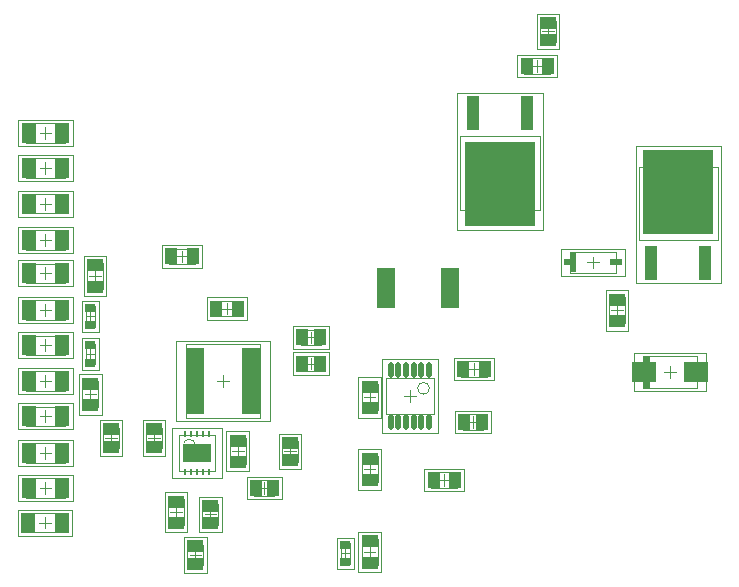
<source format=gtp>
G04*
G04 #@! TF.GenerationSoftware,Altium Limited,Altium Designer,19.0.15 (446)*
G04*
G04 Layer_Color=8421504*
%FSLAX25Y25*%
%MOIN*%
G70*
G01*
G75*
%ADD13C,0.00394*%
%ADD17R,0.02436X0.10984*%
%ADD18R,0.02039X0.07087*%
%ADD19C,0.00197*%
%ADD20R,0.03937X0.11811*%
%ADD21R,0.23819X0.28347*%
%ADD22R,0.04921X0.06693*%
%ADD23R,0.04331X0.05315*%
%ADD24R,0.08268X0.07087*%
%ADD25R,0.05315X0.04331*%
%ADD26R,0.04134X0.02362*%
%ADD27R,0.00984X0.02165*%
%ADD28R,0.09449X0.06299*%
%ADD29R,0.03937X0.05512*%
%ADD30R,0.06299X0.22441*%
%ADD31R,0.06299X0.13780*%
%ADD32R,0.05512X0.03937*%
%ADD33R,0.03347X0.02559*%
%ADD34O,0.01968X0.05315*%
D13*
X113409Y69114D02*
G03*
X113409Y69114I-1969J0D01*
G01*
X191496Y88059D02*
G03*
X191496Y88059I-1969J0D01*
G01*
X261213Y137453D02*
X287787D01*
X261213Y161941D02*
X287787D01*
X261213Y137453D02*
Y161941D01*
X287787Y137453D02*
Y161941D01*
X56890Y40059D02*
X69882D01*
X56890Y46555D02*
X69882D01*
Y40059D02*
Y46555D01*
X56890Y40059D02*
Y46555D01*
X57004Y51505D02*
X69996D01*
X57004Y58001D02*
X69996D01*
Y51505D02*
Y58001D01*
X57004Y51505D02*
Y58001D01*
Y63209D02*
X69996D01*
X57004Y69705D02*
X69996D01*
Y63209D02*
Y69705D01*
X57004Y63209D02*
Y69705D01*
Y75492D02*
X69996D01*
X57004Y81988D02*
X69996D01*
Y75492D02*
Y81988D01*
X57004Y75492D02*
Y81988D01*
Y87252D02*
X69996D01*
X57004Y93748D02*
X69996D01*
Y87252D02*
Y93748D01*
X57004Y87252D02*
Y93748D01*
Y99114D02*
X69996D01*
X57004Y105610D02*
X69996D01*
Y99114D02*
Y105610D01*
X57004Y99114D02*
Y105610D01*
Y110925D02*
X69996D01*
X57004Y117421D02*
X69996D01*
Y110925D02*
Y117421D01*
X57004Y110925D02*
Y117421D01*
Y123153D02*
X69996D01*
X57004Y129650D02*
X69996D01*
Y123153D02*
Y129650D01*
X57004Y123153D02*
Y129650D01*
Y134252D02*
X69996D01*
X57004Y140748D02*
X69996D01*
Y134252D02*
Y140748D01*
X57004Y134252D02*
Y140748D01*
Y146358D02*
X69996D01*
X57004Y152854D02*
X69996D01*
Y146358D02*
Y152854D01*
X57004Y146358D02*
Y152854D01*
Y158169D02*
X69996D01*
X57004Y164665D02*
X69996D01*
Y158169D02*
Y164665D01*
X57004Y158169D02*
Y164665D01*
Y169980D02*
X69996D01*
X57004Y176476D02*
X69996D01*
Y169980D02*
Y176476D01*
X57004Y169980D02*
Y176476D01*
X223169Y192842D02*
X231831D01*
X223169Y198158D02*
X231831D01*
Y192842D02*
Y198158D01*
X223169Y192842D02*
Y198158D01*
X262659Y88008D02*
X280769D01*
X262659Y98992D02*
X280769D01*
Y88008D02*
Y98992D01*
X262659Y88008D02*
Y98992D01*
X201713Y172142D02*
X228287D01*
X201713Y147653D02*
X228287D01*
Y172142D01*
X201713Y147653D02*
Y172142D01*
X251421Y109669D02*
Y118331D01*
X256736Y109669D02*
Y118331D01*
X251421Y109669D02*
X256736D01*
X251421Y118331D02*
X256736D01*
X238421Y126457D02*
Y133543D01*
X253579Y126457D02*
Y133543D01*
X238421D02*
X253579D01*
X238421Y126457D02*
X253579D01*
X77342Y121169D02*
Y129831D01*
X82657Y121169D02*
Y129831D01*
X77342Y121169D02*
X82657D01*
X77342Y129831D02*
X82657D01*
X107898Y60453D02*
Y72658D01*
X120102Y60453D02*
Y72658D01*
X107898D02*
X120102D01*
X107898Y60453D02*
X120102D01*
X148653Y107658D02*
X155347D01*
X148653Y102342D02*
X155347D01*
X148653D02*
Y107658D01*
X155347Y102342D02*
Y107658D01*
X148653Y98979D02*
X155347D01*
X148653Y93664D02*
X155347D01*
X148653D02*
Y98979D01*
X155347Y93664D02*
Y98979D01*
X110350Y102969D02*
X135153D01*
X110350Y78165D02*
X135153D01*
X110350D02*
Y102969D01*
X135153Y78165D02*
Y102969D01*
X133153Y57540D02*
X139847D01*
X133153Y52225D02*
X139847D01*
X133153D02*
Y57540D01*
X139847Y52225D02*
Y57540D01*
X119669Y117315D02*
X128331D01*
X119669Y112000D02*
X128331D01*
X119669D02*
Y117315D01*
X128331Y112000D02*
Y117315D01*
X104669Y129342D02*
X113331D01*
X104669Y134658D02*
X113331D01*
Y129342D02*
Y134658D01*
X104669Y129342D02*
Y134658D01*
X174210Y29169D02*
Y37831D01*
X168895Y29169D02*
Y37831D01*
X174210D01*
X168895Y29169D02*
X174210D01*
X115842Y42654D02*
Y49347D01*
X121158Y42654D02*
Y49347D01*
X115842Y42654D02*
X121158D01*
X115842Y49347D02*
X121158D01*
X116157Y29153D02*
Y35846D01*
X110843Y29153D02*
Y35846D01*
X116157D01*
X110843Y29153D02*
X116157D01*
X202654Y79398D02*
X209347D01*
X202654Y74083D02*
X209347D01*
X202654D02*
Y79398D01*
X209347Y74083D02*
Y79398D01*
X228386Y203654D02*
Y210347D01*
X233701Y203654D02*
Y210347D01*
X228386Y203654D02*
X233701D01*
X228386Y210347D02*
X233701D01*
X202024Y97158D02*
X210685D01*
X202024Y91843D02*
X210685D01*
X202024D02*
Y97158D01*
X210685Y91843D02*
Y97158D01*
X192169Y54799D02*
X200831D01*
X192169Y60114D02*
X200831D01*
Y54799D02*
Y60114D01*
X192169Y54799D02*
Y60114D01*
X174210Y80669D02*
Y89331D01*
X168895Y80669D02*
Y89331D01*
X174210D01*
X168895Y80669D02*
X174210D01*
X168895Y56669D02*
Y65331D01*
X174210Y56669D02*
Y65331D01*
X168895Y56669D02*
X174210D01*
X168895Y65331D02*
X174210D01*
X161925Y29653D02*
X165075D01*
X161925Y36346D02*
X165075D01*
X161925Y29653D02*
Y36346D01*
X165075Y29653D02*
Y36346D01*
X81157Y81669D02*
Y90331D01*
X75842Y81669D02*
Y90331D01*
X81157D01*
X75842Y81669D02*
X81157D01*
X76925Y96153D02*
X80075D01*
X76925Y102847D02*
X80075D01*
X76925Y96153D02*
Y102847D01*
X80075Y96153D02*
Y102847D01*
X130221Y62717D02*
Y71378D01*
X124907Y62717D02*
Y71378D01*
X130221D01*
X124907Y62717D02*
X130221D01*
X76925Y115347D02*
X80075D01*
X76925Y108653D02*
X80075D01*
Y115347D01*
X76925Y108653D02*
Y115347D01*
X109658Y42371D02*
Y51033D01*
X104342Y42371D02*
Y51033D01*
X109658D01*
X104342Y42371D02*
X109658D01*
X147658Y63653D02*
Y70346D01*
X142342Y63653D02*
Y70346D01*
X147658D01*
X142342Y63653D02*
X147658D01*
X87992Y68154D02*
Y74847D01*
X82677Y68154D02*
Y74847D01*
X87992D01*
X82677Y68154D02*
X87992D01*
X102264D02*
Y74847D01*
X96949Y68154D02*
Y74847D01*
X102264D01*
X96949Y68154D02*
X102264D01*
X176929Y79398D02*
Y91602D01*
X193071Y79398D02*
Y91602D01*
X176929Y79398D02*
X193071D01*
X176929Y91602D02*
X193071D01*
X274500Y143949D02*
Y147886D01*
X272532Y145917D02*
X276468D01*
X63386Y41339D02*
Y45276D01*
X61417Y43307D02*
X65354D01*
X63500Y52785D02*
Y56722D01*
X61532Y54753D02*
X65469D01*
X63500Y64488D02*
Y68425D01*
X61532Y66457D02*
X65469D01*
X63500Y76772D02*
Y80709D01*
X61532Y78740D02*
X65469D01*
X63500Y88532D02*
Y92469D01*
X61532Y90500D02*
X65469D01*
X63500Y100394D02*
Y104331D01*
X61532Y102362D02*
X65469D01*
X63500Y112205D02*
Y116142D01*
X61532Y114173D02*
X65469D01*
X63500Y124433D02*
Y128370D01*
X61532Y126401D02*
X65469D01*
X63500Y135531D02*
Y139469D01*
X61532Y137500D02*
X65469D01*
X63500Y147638D02*
Y151575D01*
X61532Y149606D02*
X65469D01*
X63500Y159449D02*
Y163386D01*
X61532Y161417D02*
X65469D01*
X63500Y171260D02*
Y175197D01*
X61532Y173228D02*
X65469D01*
X227500Y193532D02*
Y197468D01*
X225532Y195500D02*
X229468D01*
X271714Y91531D02*
Y95468D01*
X269746Y93500D02*
X273683D01*
X215000Y161709D02*
Y165646D01*
X213032Y163677D02*
X216968D01*
X252110Y114000D02*
X256047D01*
X254079Y112031D02*
Y115969D01*
X244032Y130000D02*
X247969D01*
X246000Y128032D02*
Y131968D01*
X78031Y125500D02*
X81968D01*
X80000Y123531D02*
Y127469D01*
X112031Y66555D02*
X115969D01*
X114000Y64587D02*
Y68524D01*
X152000Y103032D02*
Y106968D01*
X150031Y105000D02*
X153969D01*
X152000Y94353D02*
Y98290D01*
X150031Y96322D02*
X153969D01*
X122752Y88598D02*
Y92535D01*
X120783Y90567D02*
X124721D01*
X136500Y52914D02*
Y56851D01*
X134531Y54883D02*
X138469D01*
X124000Y112689D02*
Y116626D01*
X122031Y114657D02*
X125969D01*
X109000Y130032D02*
Y133968D01*
X107032Y132000D02*
X110968D01*
X169584Y33500D02*
X173521D01*
X171552Y31532D02*
Y35469D01*
X116532Y46000D02*
X120468D01*
X118500Y44032D02*
Y47969D01*
X111531Y32500D02*
X115469D01*
X113500Y30531D02*
Y34468D01*
X206000Y74772D02*
Y78709D01*
X204031Y76740D02*
X207968D01*
X229075Y207000D02*
X233012D01*
X231043Y205031D02*
Y208968D01*
X206354Y92532D02*
Y96469D01*
X204386Y94500D02*
X208323D01*
X196500Y55488D02*
Y59425D01*
X194532Y57457D02*
X198468D01*
X169584Y85000D02*
X173521D01*
X171552Y83031D02*
Y86968D01*
X169584Y61000D02*
X173521D01*
X171552Y59031D02*
Y62968D01*
X163500Y31425D02*
Y34575D01*
X161925Y33000D02*
X165075D01*
X76531Y86000D02*
X80468D01*
X78500Y84031D02*
Y87968D01*
Y97925D02*
Y101075D01*
X76925Y99500D02*
X80075D01*
X125595Y67047D02*
X129533D01*
X127564Y65079D02*
Y69016D01*
X78500Y110425D02*
Y113575D01*
X76925Y112000D02*
X80075D01*
X105032Y46702D02*
X108968D01*
X107000Y44733D02*
Y48670D01*
X143032Y67000D02*
X146968D01*
X145000Y65031D02*
Y68968D01*
X83366Y71500D02*
X87303D01*
X85335Y69532D02*
Y73469D01*
X97638Y71500D02*
X101575D01*
X99606Y69532D02*
Y73469D01*
X183031Y85500D02*
X186969D01*
X185000Y83531D02*
Y87468D01*
D17*
X263877Y93500D02*
D03*
D18*
X239441Y130000D02*
D03*
D19*
X260228Y123083D02*
X288772D01*
X260228Y168752D02*
X288772D01*
X260228Y123083D02*
Y168752D01*
X288772Y123083D02*
Y168752D01*
X54331Y38976D02*
X72441D01*
X54331Y47638D02*
X72441D01*
Y38976D02*
Y47638D01*
X54331Y38976D02*
Y47638D01*
X54445Y50422D02*
X72555D01*
X54445Y59084D02*
X72555D01*
Y50422D02*
Y59084D01*
X54445Y50422D02*
Y59084D01*
Y62126D02*
X72555D01*
X54445Y70787D02*
X72555D01*
Y62126D02*
Y70787D01*
X54445Y62126D02*
Y70787D01*
Y74409D02*
X72555D01*
X54445Y83071D02*
X72555D01*
Y74409D02*
Y83071D01*
X54445Y74409D02*
Y83071D01*
Y86169D02*
X72555D01*
X54445Y94831D02*
X72555D01*
Y86169D02*
Y94831D01*
X54445Y86169D02*
Y94831D01*
Y98032D02*
X72555D01*
X54445Y106693D02*
X72555D01*
Y98032D02*
Y106693D01*
X54445Y98032D02*
Y106693D01*
Y109843D02*
X72555D01*
X54445Y118504D02*
X72555D01*
Y109843D02*
Y118504D01*
X54445Y109843D02*
Y118504D01*
Y122071D02*
X72555D01*
X54445Y130732D02*
X72555D01*
Y122071D02*
Y130732D01*
X54445Y122071D02*
Y130732D01*
Y133169D02*
X72555D01*
X54445Y141831D02*
X72555D01*
Y133169D02*
Y141831D01*
X54445Y133169D02*
Y141831D01*
Y145276D02*
X72555D01*
X54445Y153937D02*
X72555D01*
Y145276D02*
Y153937D01*
X54445Y145276D02*
Y153937D01*
Y157087D02*
X72555D01*
X54445Y165748D02*
X72555D01*
Y157087D02*
Y165748D01*
X54445Y157087D02*
Y165748D01*
Y168898D02*
X72555D01*
X54445Y177559D02*
X72555D01*
Y168898D02*
Y177559D01*
X54445Y168898D02*
Y177559D01*
X220807Y191760D02*
X234193D01*
X220807Y199240D02*
X234193D01*
Y191760D02*
Y199240D01*
X220807Y191760D02*
Y199240D01*
X259706Y87004D02*
X283722D01*
X259706Y99996D02*
X283722D01*
Y87004D02*
Y99996D01*
X259706Y87004D02*
Y99996D01*
X200728Y186512D02*
X229272D01*
X200728Y140842D02*
X229272D01*
Y186512D01*
X200728Y140842D02*
Y186512D01*
X250339Y107307D02*
Y120693D01*
X257819Y107307D02*
Y120693D01*
X250339Y107307D02*
X257819D01*
X250339Y120693D02*
X257819D01*
X235370Y125472D02*
Y134528D01*
X256630Y125472D02*
Y134528D01*
X235370D02*
X256630D01*
X235370Y125472D02*
X256630D01*
X76260Y118807D02*
Y132193D01*
X83740Y118807D02*
Y132193D01*
X76260Y118807D02*
X83740D01*
X76260Y132193D02*
X83740D01*
X105732Y58287D02*
Y74823D01*
X122268Y58287D02*
Y74823D01*
X105732D02*
X122268D01*
X105732Y58287D02*
X122268D01*
X146095Y108740D02*
X157905D01*
X146095Y101260D02*
X157905D01*
X146095D02*
Y108740D01*
X157905Y101260D02*
Y108740D01*
X146095Y100062D02*
X157905D01*
X146095Y92582D02*
X157905D01*
X146095D02*
Y100062D01*
X157905Y92582D02*
Y100062D01*
X107102Y103953D02*
X138402D01*
X107102Y77181D02*
X138402D01*
X107102D02*
Y103953D01*
X138402Y77181D02*
Y103953D01*
X130595Y58623D02*
X142405D01*
X130595Y51143D02*
X142405D01*
X130595D02*
Y58623D01*
X142405Y51143D02*
Y58623D01*
X117307Y118398D02*
X130693D01*
X117307Y110917D02*
X130693D01*
X117307D02*
Y118398D01*
X130693Y110917D02*
Y118398D01*
X102307Y128260D02*
X115693D01*
X102307Y135740D02*
X115693D01*
Y128260D02*
Y135740D01*
X102307Y128260D02*
Y135740D01*
X175292Y26807D02*
Y40193D01*
X167812Y26807D02*
Y40193D01*
X175292D01*
X167812Y26807D02*
X175292D01*
X114760Y40095D02*
Y51906D01*
X122240Y40095D02*
Y51906D01*
X114760Y40095D02*
X122240D01*
X114760Y51906D02*
X122240D01*
X117240Y26594D02*
Y38405D01*
X109760Y26594D02*
Y38405D01*
X117240D01*
X109760Y26594D02*
X117240D01*
X200095Y80480D02*
X211906D01*
X200095Y73000D02*
X211906D01*
X200095D02*
Y80480D01*
X211906Y73000D02*
Y80480D01*
X227303Y201095D02*
Y212906D01*
X234784Y201095D02*
Y212906D01*
X227303Y201095D02*
X234784D01*
X227303Y212906D02*
X234784D01*
X199661Y98240D02*
X213047D01*
X199661Y90760D02*
X213047D01*
X199661D02*
Y98240D01*
X213047Y90760D02*
Y98240D01*
X189807Y53716D02*
X203193D01*
X189807Y61197D02*
X203193D01*
Y53716D02*
Y61197D01*
X189807Y53716D02*
Y61197D01*
X175292Y78307D02*
Y91693D01*
X167812Y78307D02*
Y91693D01*
X175292D01*
X167812Y78307D02*
X175292D01*
X167812Y54307D02*
Y67693D01*
X175292Y54307D02*
Y67693D01*
X167812Y54307D02*
X175292D01*
X167812Y67693D02*
X175292D01*
X160744Y27685D02*
X166256D01*
X160744Y38315D02*
X166256D01*
X160744Y27685D02*
Y38315D01*
X166256Y27685D02*
Y38315D01*
X82240Y79307D02*
Y92693D01*
X74760Y79307D02*
Y92693D01*
X82240D01*
X74760Y79307D02*
X82240D01*
X75744Y94185D02*
X81256D01*
X75744Y104815D02*
X81256D01*
X75744Y94185D02*
Y104815D01*
X81256Y94185D02*
Y104815D01*
X131304Y60354D02*
Y73740D01*
X123824Y60354D02*
Y73740D01*
X131304D01*
X123824Y60354D02*
X131304D01*
X75744Y117315D02*
X81256D01*
X75744Y106685D02*
X81256D01*
Y117315D01*
X75744Y106685D02*
Y117315D01*
X110740Y40009D02*
Y53395D01*
X103260Y40009D02*
Y53395D01*
X110740D01*
X103260Y40009D02*
X110740D01*
X148740Y61094D02*
Y72905D01*
X141260Y61094D02*
Y72905D01*
X148740D01*
X141260Y61094D02*
X148740D01*
X89075Y65595D02*
Y77406D01*
X81595Y65595D02*
Y77406D01*
X89075D01*
X81595Y65595D02*
X89075D01*
X103347D02*
Y77406D01*
X95866Y65595D02*
Y77406D01*
X103347D01*
X95866Y65595D02*
X103347D01*
X175748Y73098D02*
Y97902D01*
X194252Y73098D02*
Y97902D01*
X175748Y73098D02*
X194252D01*
X175748Y97902D02*
X194252D01*
D20*
X265524Y129776D02*
D03*
X283476D02*
D03*
X223976Y179819D02*
D03*
X206024D02*
D03*
D21*
X274500Y153595D02*
D03*
X215000Y156000D02*
D03*
D22*
X68996Y43307D02*
D03*
X57776D02*
D03*
X69110Y54753D02*
D03*
X57890D02*
D03*
X69110Y66457D02*
D03*
X57890D02*
D03*
X69110Y78740D02*
D03*
X57890D02*
D03*
X69110Y90500D02*
D03*
X57890D02*
D03*
X69110Y102362D02*
D03*
X57890D02*
D03*
X69110Y114173D02*
D03*
X57890D02*
D03*
X69110Y126401D02*
D03*
X57890D02*
D03*
X69110Y137500D02*
D03*
X57890D02*
D03*
X69110Y149606D02*
D03*
X57890D02*
D03*
X69110Y161417D02*
D03*
X57890D02*
D03*
X69110Y173228D02*
D03*
X57890D02*
D03*
D23*
X231043Y195500D02*
D03*
X223957D02*
D03*
X120457Y114657D02*
D03*
X127543D02*
D03*
X112543Y132000D02*
D03*
X105457D02*
D03*
X202811Y94500D02*
D03*
X209898D02*
D03*
X200043Y57457D02*
D03*
X192957D02*
D03*
D24*
X280376Y93500D02*
D03*
X263053D02*
D03*
D25*
X254079Y110457D02*
D03*
Y117543D02*
D03*
X80000Y121957D02*
D03*
Y129043D02*
D03*
X171552Y37043D02*
D03*
Y29957D02*
D03*
Y88543D02*
D03*
Y81457D02*
D03*
Y57457D02*
D03*
Y64543D02*
D03*
X78500Y89543D02*
D03*
Y82457D02*
D03*
X127564Y70591D02*
D03*
Y63504D02*
D03*
X107000Y50245D02*
D03*
Y43159D02*
D03*
D26*
X238421Y130000D02*
D03*
X253579D02*
D03*
D27*
X110063Y60158D02*
D03*
X112031D02*
D03*
X114000D02*
D03*
X115969D02*
D03*
X117937D02*
D03*
Y72953D02*
D03*
X115969D02*
D03*
X114000D02*
D03*
X112031D02*
D03*
X110063D02*
D03*
D28*
X114000Y66457D02*
D03*
D29*
X149047Y105000D02*
D03*
X154953D02*
D03*
X149047Y96322D02*
D03*
X154953D02*
D03*
X133547Y54883D02*
D03*
X139453D02*
D03*
X203047Y76740D02*
D03*
X208953D02*
D03*
D30*
X113500Y90567D02*
D03*
X132004D02*
D03*
D31*
X177000Y121500D02*
D03*
X198260D02*
D03*
D32*
X118500Y43047D02*
D03*
Y48953D02*
D03*
X113500Y35453D02*
D03*
Y29547D02*
D03*
X231043Y204047D02*
D03*
Y209953D02*
D03*
X145000Y69953D02*
D03*
Y64047D02*
D03*
X85335Y74453D02*
D03*
Y68547D02*
D03*
X99606Y74453D02*
D03*
Y68547D02*
D03*
D33*
X163500Y30047D02*
D03*
Y35953D02*
D03*
X78500Y96547D02*
D03*
Y102453D02*
D03*
Y114953D02*
D03*
Y109047D02*
D03*
D34*
X178602Y76740D02*
D03*
X181161D02*
D03*
X183721D02*
D03*
X186279D02*
D03*
X188839D02*
D03*
X191398D02*
D03*
X178602Y94260D02*
D03*
X181161D02*
D03*
X183721D02*
D03*
X186279D02*
D03*
X188839D02*
D03*
X191398D02*
D03*
M02*

</source>
